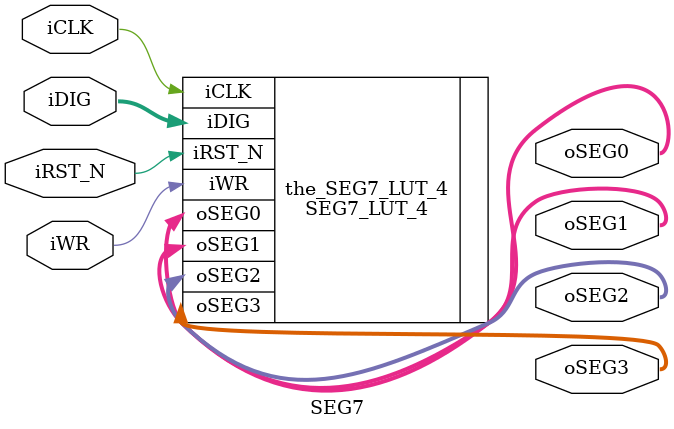
<source format=v>

`timescale 1ns / 1ps
// synthesis translate_on

// turn off superfluous verilog processor warnings 
// altera message_level Level1 
// altera message_off 10034 10035 10036 10037 10230 10240 10030 

module SEG7 (
              // inputs:
               iCLK,
               iDIG,
               iRST_N,
               iWR,

              // outputs:
               oSEG0,
               oSEG1,
               oSEG2,
               oSEG3
            )
;

  output  [  6: 0] oSEG0;
  output  [  6: 0] oSEG1;
  output  [  6: 0] oSEG2;
  output  [  6: 0] oSEG3;
  input            iCLK;
  input   [ 15: 0] iDIG;
  input            iRST_N;
  input            iWR;

  wire    [  6: 0] oSEG0;
  wire    [  6: 0] oSEG1;
  wire    [  6: 0] oSEG2;
  wire    [  6: 0] oSEG3;
  SEG7_LUT_4 the_SEG7_LUT_4
    (
      .iCLK   (iCLK),
      .iDIG   (iDIG),
      .iRST_N (iRST_N),
      .iWR    (iWR),
      .oSEG0  (oSEG0),
      .oSEG1  (oSEG1),
      .oSEG2  (oSEG2),
      .oSEG3  (oSEG3)
    );


endmodule


</source>
